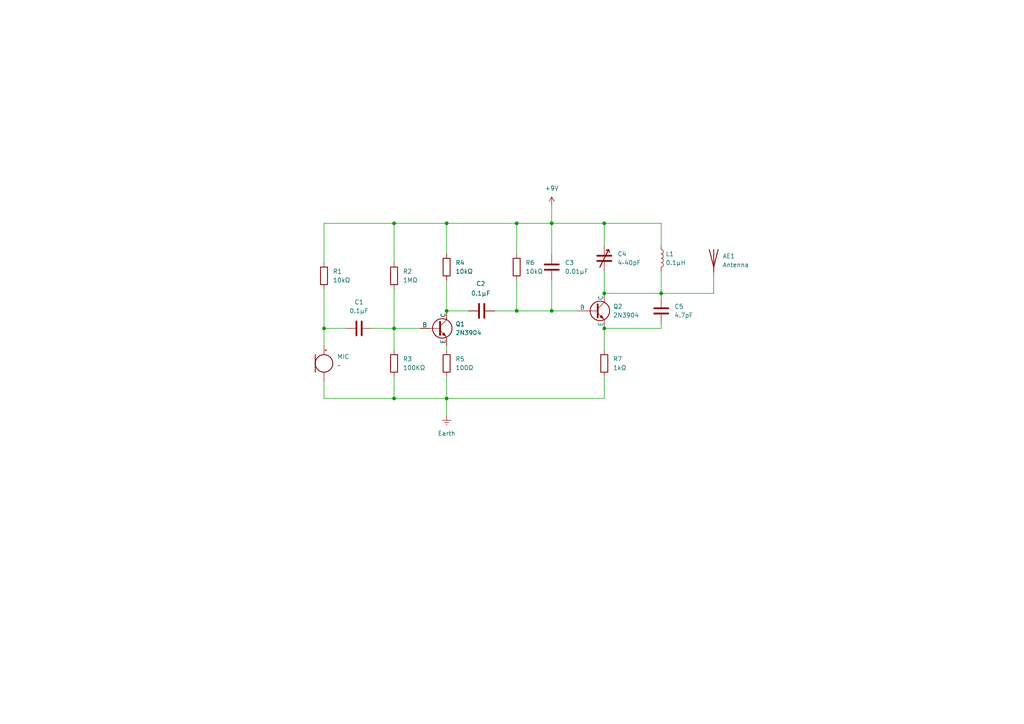
<source format=kicad_sch>
(kicad_sch (version 20231120) (generator "eeschema") (generator_version "8.0")
  (paper "A4")
  (lib_symbols
    (symbol "Device:Antenna" (pin_numbers hide) (pin_names (offset 1.016) hide)
      (property "Reference" "AE" (at -1.905 1.905 0))
      (property "Value" "Antenna" (at -1.905 0 0))
      (symbol "Antenna_0_1"
        (polyline (pts (xy 0 2.54) (xy 0 -3.81)) (stroke (width 0.254)))
        (polyline (pts (xy 1.27 2.54) (xy 0 -2.54) (xy -1.27 2.54)) (stroke (width 0.254)))
      )
      (symbol "Antenna_1_1"
        (pin input line (at 0 -5.08 90) (length 2.54) (name "A") (number "1"))
      )
    )
    (symbol "Device:C" (pin_numbers hide) (pin_names (offset 0.254))
      (property "Reference" "C" (at 0.635 2.54 0))
      (property "Value" "C" (at 0.635 -2.54 0))
      (symbol "C_0_1"
        (polyline (pts (xy -2.032 -0.762) (xy 2.032 -0.762)) (stroke (width 0.508)))
        (polyline (pts (xy -2.032 0.762) (xy 2.032 0.762)) (stroke (width 0.508)))
      )
      (symbol "C_1_1"
        (pin passive line (at 0 3.81 270) (length 2.794) (name "~") (number "1"))
        (pin passive line (at 0 -3.81 90) (length 2.794) (name "~") (number "2"))
      )
    )
    (symbol "Device:C_Variable" (pin_numbers hide) (pin_names (offset 0.254) hide)
      (property "Reference" "C" (at 0.635 -1.905 0))
      (property "Value" "C_Variable" (at 0.635 -3.81 0))
      (symbol "C_Variable_0_1"
        (polyline (pts (xy -2.032 -0.762) (xy 2.032 -0.762)) (stroke (width 0.508)))
        (polyline (pts (xy -2.032 0.762) (xy 2.032 0.762)) (stroke (width 0.508)))
        (polyline (pts (xy 1.27 2.54) (xy -1.27 -2.54)) (stroke (width 0.3048)))
        (polyline (pts (xy 1.27 2.54) (xy 0.508 2.286)) (stroke (width 0.3048)))
        (polyline (pts (xy 1.27 2.54) (xy 1.524 1.778)) (stroke (width 0.3048)))
      )
      (symbol "C_Variable_1_1"
        (pin passive line (at 0 3.81 270) (length 3.048) (name "~") (number "1"))
        (pin passive line (at 0 -3.81 90) (length 3.048) (name "~") (number "2"))
      )
    )
    (symbol "Device:L" (pin_numbers hide) (pin_names (offset 1.016) hide)
      (property "Reference" "L" (at -1.27 0 90))
      (property "Value" "L" (at 1.905 0 90))
      (symbol "L_0_1"
        (arc (start 0 -2.54) (mid 0.6323 -1.905) (end 0 -1.27))
        (arc (start 0 -1.27) (mid 0.6323 -0.635) (end 0 0))
        (arc (start 0 0) (mid 0.6323 0.635) (end 0 1.27))
        (arc (start 0 1.27) (mid 0.6323 1.905) (end 0 2.54))
      )
      (symbol "L_1_1"
        (pin passive line (at 0 3.81 270) (length 1.27) (name "1") (number "1"))
        (pin passive line (at 0 -3.81 90) (length 1.27) (name "2") (number "2"))
      )
    )
    (symbol "Device:Microphone" (pin_numbers hide) (pin_names (offset 0.0254) hide)
      (property "Reference" "MK" (at -3.81 1.27 0))
      (property "Value" "Microphone" (at -3.81 -0.635 0))
      (symbol "Microphone_0_1"
        (polyline (pts (xy -2.54 2.54) (xy -2.54 -2.54)) (stroke (width 0.254)))
        (polyline (pts (xy 0.254 3.81) (xy 0.762 3.81)))
        (polyline (pts (xy 0.508 4.064) (xy 0.508 3.556)))
        (circle (center 0 0) (radius 2.54) (stroke (width 0.254)))
      )
      (symbol "Microphone_1_1"
        (pin passive line (at 0 -5.08 90) (length 2.54) (name "-") (number "1"))
        (pin passive line (at 0 5.08 270) (length 2.54) (name "+") (number "2"))
      )
    )
    (symbol "Device:R" (pin_numbers hide) (pin_names (offset 0))
      (property "Reference" "R" (at 2.032 0 90))
      (property "Value" "R" (at 0 0 90))
      (symbol "R_0_1"
        (rectangle (start -1.016 -2.54) (end 1.016 2.54) (stroke (width 0.254)))
      )
      (symbol "R_1_1"
        (pin passive line (at 0 3.81 270) (length 1.27) (name "~") (number "1"))
        (pin passive line (at 0 -3.81 90) (length 1.27) (name "~") (number "2"))
      )
    )
    (symbol "R_1" (pin_numbers hide) (pin_names (offset 0))
      (property "Reference" "R" (at 2.032 0 90))
      (property "Value" "R" (at 0 0 90))
      (symbol "R_1_0_1"
        (rectangle (start -1.016 -2.54) (end 1.016 2.54) (stroke (width 0.254)))
      )
      (symbol "R_1_1_1"
        (pin passive line (at 0 3.81 270) (length 1.27) (name "~") (number "1"))
        (pin passive line (at 0 -3.81 90) (length 1.27) (name "~") (number "2"))
      )
    )
    (symbol "Simulation_SPICE:NPN" (pin_numbers hide) (pin_names (offset 0))
      (property "Reference" "Q" (at -2.54 7.62 0))
      (property "Value" "NPN" (at -2.54 5.08 0))
      (symbol "NPN_0_1"
        (polyline (pts (xy -2.54 0) (xy 0.635 0)) (stroke (width 0.1524)))
        (polyline (pts (xy 0.635 0.635) (xy 2.54 2.54)))
        (polyline (pts (xy 2.794 -1.27) (xy 2.794 -1.27)) (stroke (width 0.1524)))
        (polyline (pts (xy 2.794 -1.27) (xy 2.794 -1.27)) (stroke (width 0.1524)))
        (polyline (pts (xy 0.635 -0.635) (xy 2.54 -2.54) (xy 2.54 -2.54)))
        (polyline (pts (xy 0.635 1.905) (xy 0.635 -1.905) (xy 0.635 -1.905)) (stroke (width 0.508)))
        (polyline (pts (xy 1.27 -1.778) (xy 1.778 -1.27) (xy 2.286 -2.286) (xy 1.27 -1.778) (xy 1.27 -1.778)) (fill (type outline)))
        (circle (center 1.27 0) (radius 2.8194) (stroke (width 0.254)))
      )
      (symbol "NPN_1_1"
        (pin open_collector line (at 2.54 5.08 270) (length 2.54) (name "C") (number "1"))
        (pin input line (at -5.08 0 0) (length 2.54) (name "B") (number "2"))
        (pin open_emitter line (at 2.54 -5.08 90) (length 2.54) (name "E") (number "3"))
      )
    )
    (symbol "power:+9V" (power) (pin_numbers hide) (pin_names (offset 0) hide)
      (property "Value" "+9V" (at 0 3.556 0))
      (symbol "+9V_0_1"
        (polyline (pts (xy -0.762 1.27) (xy 0 2.54)))
        (polyline (pts (xy 0 0) (xy 0 2.54)))
        (polyline (pts (xy 0 2.54) (xy 0.762 1.27)))
      )
      (symbol "+9V_1_1"
        (pin power_in line (at 0 0 90) (length 0) (name "~") (number "1"))
      )
    )
    (symbol "power:Earth" (power) (pin_numbers hide) (pin_names (offset 0) hide)
      (property "Value" "Earth" (at 0 -3.81 0))
      (symbol "Earth_0_1"
        (polyline (pts (xy -0.635 -1.905) (xy 0.635 -1.905)))
        (polyline (pts (xy -0.127 -2.54) (xy 0.127 -2.54)))
        (polyline (pts (xy 0 -1.27) (xy 0 0)))
        (polyline (pts (xy 1.27 -1.27) (xy -1.27 -1.27)))
      )
      (symbol "Earth_1_1"
        (pin power_in line (at 0 0 270) (length 0) (name "~") (number "1"))
      )
    )
  )
  (junction (at 114.3 95.25))
  (junction (at 114.3 64.77))
  (junction (at 191.77 85.09))
  (junction (at 129.54 64.77))
  (junction (at 149.86 90.17))
  (junction (at 93.98 95.25))
  (junction (at 175.26 85.09))
  (junction (at 114.3 115.57))
  (junction (at 160.02 64.77))
  (junction (at 160.02 90.17))
  (junction (at 149.86 64.77))
  (junction (at 175.26 95.25))
  (junction (at 129.54 115.57))
  (junction (at 129.54 90.17))
  (junction (at 175.26 64.77))
  (wire (pts (xy 167.64 90.17) (xy 160.02 90.17)))
  (wire (pts (xy 207.01 80.01) (xy 207.01 85.09)))
  (wire (pts (xy 175.26 64.77) (xy 191.77 64.77)))
  (wire (pts (xy 100.33 95.25) (xy 93.98 95.25)))
  (wire (pts (xy 93.98 115.57) (xy 114.3 115.57)))
  (wire (pts (xy 160.02 64.77) (xy 160.02 73.66)))
  (wire (pts (xy 129.54 101.6) (xy 129.54 100.33)))
  (wire (pts (xy 114.3 109.22) (xy 114.3 115.57)))
  (wire (pts (xy 149.86 64.77) (xy 160.02 64.77)))
  (wire (pts (xy 114.3 115.57) (xy 129.54 115.57)))
  (wire (pts (xy 175.26 101.6) (xy 175.26 95.25)))
  (wire (pts (xy 160.02 81.28) (xy 160.02 90.17)))
  (wire (pts (xy 149.86 90.17) (xy 143.51 90.17)))
  (wire (pts (xy 191.77 93.98) (xy 191.77 95.25)))
  (wire (pts (xy 207.01 85.09) (xy 191.77 85.09)))
  (wire (pts (xy 129.54 109.22) (xy 129.54 115.57)))
  (wire (pts (xy 114.3 64.77) (xy 114.3 76.2)))
  (wire (pts (xy 129.54 81.28) (xy 129.54 90.17)))
  (wire (pts (xy 191.77 95.25) (xy 175.26 95.25)))
  (wire (pts (xy 129.54 64.77) (xy 149.86 64.77)))
  (wire (pts (xy 129.54 64.77) (xy 129.54 73.66)))
  (wire (pts (xy 191.77 78.74) (xy 191.77 85.09)))
  (wire (pts (xy 93.98 64.77) (xy 114.3 64.77)))
  (wire (pts (xy 175.26 64.77) (xy 175.26 71.12)))
  (wire (pts (xy 93.98 76.2) (xy 93.98 64.77)))
  (wire (pts (xy 135.89 90.17) (xy 129.54 90.17)))
  (wire (pts (xy 160.02 64.77) (xy 175.26 64.77)))
  (wire (pts (xy 129.54 115.57) (xy 129.54 120.65)))
  (wire (pts (xy 93.98 110.49) (xy 93.98 115.57)))
  (wire (pts (xy 93.98 95.25) (xy 93.98 100.33)))
  (wire (pts (xy 175.26 85.09) (xy 191.77 85.09)))
  (wire (pts (xy 114.3 83.82) (xy 114.3 95.25)))
  (wire (pts (xy 149.86 81.28) (xy 149.86 90.17)))
  (wire (pts (xy 149.86 64.77) (xy 149.86 73.66)))
  (wire (pts (xy 114.3 95.25) (xy 107.95 95.25)))
  (wire (pts (xy 129.54 115.57) (xy 175.26 115.57)))
  (wire (pts (xy 175.26 115.57) (xy 175.26 109.22)))
  (wire (pts (xy 160.02 59.69) (xy 160.02 64.77)))
  (wire (pts (xy 114.3 64.77) (xy 129.54 64.77)))
  (wire (pts (xy 93.98 83.82) (xy 93.98 95.25)))
  (wire (pts (xy 114.3 101.6) (xy 114.3 95.25)))
  (wire (pts (xy 175.26 78.74) (xy 175.26 85.09)))
  (wire (pts (xy 191.77 85.09) (xy 191.77 86.36)))
  (wire (pts (xy 160.02 90.17) (xy 149.86 90.17)))
  (wire (pts (xy 191.77 64.77) (xy 191.77 71.12)))
  (wire (pts (xy 121.92 95.25) (xy 114.3 95.25)))
  (symbol (lib_id "Device:Microphone") (at 93.98 105.41 0) (unit 1)
    (property "Reference" "MIC" (at 97.79 103.4414 0) (effects (justify left)))
    (property "Value" "~" (at 97.79 105.9814 0) (effects (justify left)))
    (property "Description" "Microphone" (effects (hide yes)))
  )
  (symbol (lib_name "R_1") (lib_id "Device:R") (at 114.3 105.41 0) (unit 1)
    (property "Reference" "R3" (at 116.84 104.1399 0) (effects (justify left)))
    (property "Value" "100KΩ" (at 116.84 106.6799 0) (effects (justify left)))
    (property "Description" "Resistor" (effects (hide yes)))
  )
  (symbol (lib_id "Simulation_SPICE:NPN") (at 127 95.25 0) (unit 1)
    (property "Reference" "Q1" (at 132.08 93.9799 0) (effects (justify left)))
    (property "Value" "2N3904" (at 132.08 96.5199 0) (effects (justify left)))
    (property "Datasheet" "https://ngspice.sourceforge.io/docs/ngspice-html-manual/manual.xhtml#cha_BJTs" (effects (hide yes)))
    (property "Description" "Bipolar transistor symbol for simulation only, substrate tied to the emitter" (effects (hide yes)))
    (property "Sim.Device" "NPN" (effects (hide yes)))
    (property "Sim.Type" "GUMMELPOON" (effects (hide yes)))
    (property "Sim.Pins" "1=C 2=B 3=E" (effects (hide yes)))
  )
  (symbol (lib_id "Device:R") (at 129.54 105.41 0) (unit 1)
    (property "Reference" "R5" (at 132.08 104.1399 0) (effects (justify left)))
    (property "Value" "100Ω" (at 132.08 106.6799 0) (effects (justify left)))
    (property "Description" "Resistor" (effects (hide yes)))
  )
  (symbol (lib_id "Device:C") (at 191.77 90.17 0) (unit 1)
    (property "Reference" "C5" (at 195.58 88.8999 0) (effects (justify left)))
    (property "Value" "4.7pF" (at 195.58 91.4399 0) (effects (justify left)))
    (property "Description" "Unpolarized capacitor" (effects (hide yes)))
  )
  (symbol (lib_id "Device:C") (at 139.7 90.17 90) (unit 1)
    (property "Reference" "C2" (at 139.446 82.296 90))
    (property "Value" "0.1μF" (at 139.446 85.09 90))
    (property "Description" "Unpolarized capacitor" (effects (hide yes)))
  )
  (symbol (lib_id "Device:R") (at 175.26 105.41 0) (unit 1)
    (property "Reference" "R7" (at 177.8 104.1399 0) (effects (justify left)))
    (property "Value" "1kΩ" (at 177.8 106.6799 0) (effects (justify left)))
    (property "Description" "Resistor" (effects (hide yes)))
  )
  (symbol (lib_id "Simulation_SPICE:NPN") (at 172.72 90.17 0) (unit 1)
    (property "Reference" "Q2" (at 177.8 88.8999 0) (effects (justify left)))
    (property "Value" "2N3904" (at 177.8 91.4399 0) (effects (justify left)))
    (property "Datasheet" "https://ngspice.sourceforge.io/docs/ngspice-html-manual/manual.xhtml#cha_BJTs" (effects (hide yes)))
    (property "Description" "Bipolar transistor symbol for simulation only, substrate tied to the emitter" (effects (hide yes)))
    (property "Sim.Device" "NPN" (effects (hide yes)))
    (property "Sim.Type" "GUMMELPOON" (effects (hide yes)))
    (property "Sim.Pins" "1=C 2=B 3=E" (effects (hide yes)))
  )
  (symbol (lib_id "Device:C_Variable") (at 175.26 74.93 0) (unit 1)
    (property "Reference" "C4" (at 179.07 73.6599 0) (effects (justify left)))
    (property "Value" "4–40pF" (at 179.07 76.1999 0) (effects (justify left)))
    (property "Description" "Variable capacitor" (effects (hide yes)))
  )
  (symbol (lib_id "Device:R") (at 114.3 80.01 0) (unit 1)
    (property "Reference" "R2" (at 116.84 78.7399 0) (effects (justify left)))
    (property "Value" "1MΩ" (at 116.84 81.2799 0) (effects (justify left)))
    (property "Description" "Resistor" (effects (hide yes)))
  )
  (symbol (lib_id "Device:C") (at 160.02 77.47 0) (unit 1)
    (property "Reference" "C3" (at 163.83 76.1999 0) (effects (justify left)))
    (property "Value" "0.01μF" (at 163.83 78.7399 0) (effects (justify left)))
    (property "Description" "Unpolarized capacitor" (effects (hide yes)))
  )
  (symbol (lib_id "Device:C") (at 104.14 95.25 90) (unit 1)
    (property "Reference" "C1" (at 104.14 87.63 90))
    (property "Value" "0.1μF" (at 104.14 90.17 90))
    (property "Description" "Unpolarized capacitor" (effects (hide yes)))
  )
  (symbol (lib_id "Device:R") (at 149.86 77.47 0) (unit 1)
    (property "Reference" "R6" (at 152.4 76.1999 0) (effects (justify left)))
    (property "Value" "10kΩ" (at 152.4 78.7399 0) (effects (justify left)))
    (property "Description" "Resistor" (effects (hide yes)))
  )
  (symbol (lib_id "power:Earth") (at 129.54 120.65 0) (unit 1)
    (property "Reference" "#PWR01" (effects (hide yes)))
    (property "Value" "Earth" (at 129.54 125.73 0))
    (property "Description" "Power symbol creates a global label with name \"Earth\"" (effects (hide yes)))
  )
  (symbol (lib_id "Device:L") (at 191.77 74.93 0) (unit 1)
    (property "Reference" "L1" (at 193.04 73.6599 0) (effects (justify left)))
    (property "Value" "0.1μH" (at 193.04 76.1999 0) (effects (justify left)))
    (property "Description" "Inductor" (effects (hide yes)))
  )
  (symbol (lib_id "Device:R") (at 129.54 77.47 0) (unit 1)
    (property "Reference" "R4" (at 132.08 76.1999 0) (effects (justify left)))
    (property "Value" "10kΩ" (at 132.08 78.7399 0) (effects (justify left)))
    (property "Description" "Resistor" (effects (hide yes)))
  )
  (symbol (lib_id "power:+9V") (at 367.03 13.97 0) (unit 1)
    (property "Reference" "#PWR03" (effects (hide yes)))
    (property "Value" "+9V" (at 367.03 8.89 0))
    (property "Description" "Power symbol creates a global label with name \"+9V\"" (effects (hide yes)))
  )
  (symbol (lib_id "power:+9V") (at 160.02 59.69 0) (unit 1)
    (property "Reference" "#PWR02" (effects (hide yes)))
    (property "Value" "+9V" (at 160.02 54.61 0))
    (property "Description" "Power symbol creates a global label with name \"+9V\"" (effects (hide yes)))
  )
  (symbol (lib_id "Device:R") (at 93.98 80.01 0) (unit 1)
    (property "Reference" "R1" (at 96.52 78.7399 0) (effects (justify left)))
    (property "Value" "10kΩ" (at 96.52 81.2799 0) (effects (justify left)))
    (property "Description" "Resistor" (effects (hide yes)))
  )
  (symbol (lib_id "Device:Antenna") (at 207.01 74.93 0) (unit 1)
    (property "Reference" "AE1" (at 209.55 74.2949 0) (effects (justify left)))
    (property "Value" "Antenna" (at 209.55 76.8349 0) (effects (justify left)))
    (property "Description" "Antenna" (effects (hide yes)))
  )
)
</source>
